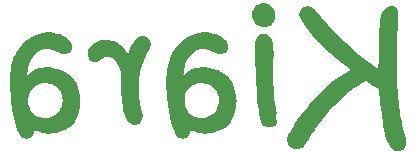
<source format=gbr>
%TF.GenerationSoftware,Altium Limited,Altium Designer,20.0.10 (225)*%
G04 Layer_Color=16711935*
%FSLAX26Y26*%
%MOIN*%
%TF.FileFunction,Soldermask,Bot*%
%TF.Part,Single*%
G01*
G75*
G36*
X4483873Y2922731D02*
X4489778Y2921419D01*
X4494371Y2919450D01*
X4498963Y2917482D01*
X4502244Y2914858D01*
X4504868Y2912890D01*
X4506181Y2911577D01*
X4506837Y2910921D01*
X4510773Y2906329D01*
X4513398Y2901736D01*
X4516022Y2897143D01*
X4517334Y2892550D01*
X4517990Y2888614D01*
X4518646Y2885333D01*
Y2883365D01*
Y2882709D01*
X4517990Y2876804D01*
X4516678Y2872211D01*
X4515366Y2867619D01*
X4513398Y2863682D01*
X4511429Y2860401D01*
X4509461Y2857777D01*
X4508805Y2856465D01*
X4508149Y2855809D01*
X4503556Y2851872D01*
X4498963Y2849248D01*
X4494371Y2847280D01*
X4490434Y2845967D01*
X4486498Y2845311D01*
X4483217Y2844655D01*
X4480593D01*
X4473376Y2845311D01*
X4467471Y2846623D01*
X4462222Y2848592D01*
X4457629Y2851216D01*
X4453693Y2853840D01*
X4450412Y2857121D01*
X4445819Y2864994D01*
X4442539Y2872211D01*
X4441227Y2878772D01*
X4440571Y2880741D01*
Y2882709D01*
Y2884021D01*
Y2884677D01*
X4441227Y2890582D01*
X4441883Y2896487D01*
X4443851Y2901080D01*
X4445819Y2905016D01*
X4447788Y2908297D01*
X4449100Y2910265D01*
X4450412Y2911577D01*
X4451068Y2912233D01*
X4455005Y2916170D01*
X4459597Y2918794D01*
X4464190Y2920763D01*
X4468127Y2922075D01*
X4472063Y2922731D01*
X4475344Y2923387D01*
X4477968D01*
X4483873Y2922731D01*
D02*
G37*
G36*
X4291636Y2826284D02*
X4302790Y2824972D01*
X4312631Y2822348D01*
X4321160Y2819723D01*
X4328377Y2817099D01*
X4332970Y2814474D01*
X4336251Y2813162D01*
X4337563Y2812506D01*
X4345436Y2807257D01*
X4351341Y2801352D01*
X4355934Y2796104D01*
X4358558Y2790855D01*
X4360526Y2786918D01*
X4361182Y2783638D01*
X4361839Y2781013D01*
Y2780357D01*
X4361183Y2776421D01*
X4360526Y2772484D01*
X4357902Y2766579D01*
X4356590Y2763955D01*
X4355278Y2761986D01*
X4353966Y2761330D01*
Y2760674D01*
X4350685Y2758050D01*
X4347404Y2756082D01*
X4341500Y2754113D01*
X4338875Y2753457D01*
X4336907Y2752801D01*
X4334939D01*
X4332314Y2753457D01*
X4328378Y2754113D01*
X4320504Y2757394D01*
X4317224Y2759362D01*
X4313943Y2760674D01*
X4311975Y2761330D01*
X4311319Y2761986D01*
X4304758Y2765267D01*
X4298853Y2767235D01*
X4293604Y2769204D01*
X4289012Y2769860D01*
X4285075Y2770516D01*
X4282451Y2771172D01*
X4279826D01*
X4268672Y2770516D01*
X4258831Y2767235D01*
X4249646Y2763299D01*
X4242428Y2757394D01*
X4235868Y2750833D01*
X4229963Y2742960D01*
X4225370Y2735086D01*
X4222089Y2727213D01*
X4218809Y2718684D01*
X4216185Y2710811D01*
X4214872Y2702938D01*
X4213560Y2696376D01*
X4212248Y2690472D01*
X4211592Y2686535D01*
Y2683911D01*
Y2682598D01*
X4220777Y2691784D01*
X4231275Y2698345D01*
X4241772Y2703594D01*
X4252926Y2706874D01*
X4262768Y2708842D01*
X4270641Y2709499D01*
X4273265Y2710155D01*
X4287043D01*
X4295573Y2708842D01*
X4311975Y2705562D01*
X4325753Y2700313D01*
X4337563Y2695064D01*
X4346748Y2689159D01*
X4350685Y2686535D01*
X4353309Y2683911D01*
X4355934Y2681942D01*
X4357902Y2680630D01*
X4358558Y2679974D01*
X4359214Y2679318D01*
X4364463Y2673413D01*
X4369056Y2666852D01*
X4376929Y2653730D01*
X4382178Y2639952D01*
X4385458Y2626830D01*
X4388083Y2615020D01*
X4388739Y2610427D01*
Y2605835D01*
X4389395Y2602554D01*
Y2599274D01*
Y2597961D01*
Y2597305D01*
X4388739Y2588120D01*
X4388083Y2578935D01*
X4384802Y2563188D01*
X4380209Y2549410D01*
X4374961Y2538256D01*
X4370368Y2529071D01*
X4365775Y2522510D01*
X4363807Y2520542D01*
X4362495Y2518573D01*
X4361183Y2517917D01*
Y2517261D01*
X4355934Y2512012D01*
X4349373Y2508076D01*
X4336907Y2500859D01*
X4323785Y2496266D01*
X4311319Y2492329D01*
X4300165Y2490361D01*
X4294917Y2489705D01*
X4290980D01*
X4287043Y2489049D01*
X4282451D01*
X4271953Y2489705D01*
X4262768Y2491017D01*
X4254894Y2493642D01*
X4247677Y2496266D01*
X4241772Y2498234D01*
X4237836Y2500859D01*
X4235211Y2502171D01*
Y2501515D01*
Y2500859D01*
Y2495610D01*
X4233899Y2491673D01*
X4231275Y2484456D01*
X4227338Y2479207D01*
X4222089Y2475927D01*
X4217497Y2473302D01*
X4213560Y2472646D01*
X4210936Y2471990D01*
X4209623D01*
X4205031Y2472646D01*
X4201094Y2473959D01*
X4197814Y2475927D01*
X4193877Y2478551D01*
X4187972Y2485112D01*
X4183380Y2492985D01*
X4179443Y2500203D01*
X4176819Y2506764D01*
X4176162Y2509388D01*
X4175506Y2511356D01*
X4174850Y2512669D01*
Y2513325D01*
X4168289Y2541537D01*
X4163040Y2567781D01*
X4161072Y2580247D01*
X4159760Y2592057D01*
X4157792Y2603210D01*
X4157136Y2613708D01*
X4156479Y2623549D01*
X4155823Y2632079D01*
X4155167Y2639296D01*
X4154511Y2645857D01*
Y2651106D01*
Y2654386D01*
Y2657010D01*
Y2657667D01*
X4155167Y2672757D01*
X4155823Y2687191D01*
X4157792Y2700969D01*
X4159760Y2713435D01*
X4163040Y2725245D01*
X4166321Y2736399D01*
X4169601Y2746240D01*
X4174194Y2755425D01*
X4178787Y2763955D01*
X4183380Y2771828D01*
X4188628Y2779045D01*
X4193877Y2785606D01*
X4205687Y2796760D01*
X4216841Y2805945D01*
X4228650Y2812506D01*
X4240460Y2817755D01*
X4250958Y2821692D01*
X4260143Y2824316D01*
X4268016Y2825628D01*
X4274577Y2826940D01*
X4279826D01*
X4291636Y2826284D01*
D02*
G37*
G36*
X3770693Y2826284D02*
X3781846Y2824972D01*
X3791688Y2822348D01*
X3800217Y2819723D01*
X3807434Y2817099D01*
X3812027Y2814474D01*
X3815307Y2813162D01*
X3816619Y2812506D01*
X3824493Y2807257D01*
X3830398Y2801352D01*
X3834990Y2796104D01*
X3837615Y2790855D01*
X3839583Y2786918D01*
X3840239Y2783638D01*
X3840895Y2781013D01*
Y2780357D01*
X3840239Y2776421D01*
X3839583Y2772484D01*
X3836959Y2766579D01*
X3835646Y2763955D01*
X3834334Y2761986D01*
X3833022Y2761330D01*
Y2760674D01*
X3829742Y2758050D01*
X3826461Y2756081D01*
X3820556Y2754113D01*
X3817932Y2753457D01*
X3815963Y2752801D01*
X3813995D01*
X3811371Y2753457D01*
X3807434Y2754113D01*
X3799561Y2757394D01*
X3796280Y2759362D01*
X3793000Y2760674D01*
X3791032Y2761330D01*
X3790376Y2761986D01*
X3783815Y2765267D01*
X3777910Y2767235D01*
X3772661Y2769204D01*
X3768068Y2769860D01*
X3764132Y2770516D01*
X3761507Y2771172D01*
X3758883D01*
X3747729Y2770516D01*
X3737888Y2767235D01*
X3728702Y2763299D01*
X3721485Y2757394D01*
X3714924Y2750833D01*
X3709019Y2742959D01*
X3704427Y2735086D01*
X3701146Y2727213D01*
X3697865Y2718684D01*
X3695241Y2710811D01*
X3693929Y2702937D01*
X3692617Y2696376D01*
X3691305Y2690472D01*
X3690648Y2686535D01*
Y2683910D01*
Y2682598D01*
X3699834Y2691784D01*
X3710331Y2698345D01*
X3720829Y2703593D01*
X3731983Y2706874D01*
X3741824Y2708842D01*
X3749697Y2709498D01*
X3752322Y2710155D01*
X3766100D01*
X3774629Y2708842D01*
X3791032Y2705562D01*
X3804810Y2700313D01*
X3816620Y2695064D01*
X3825805Y2689159D01*
X3829742Y2686535D01*
X3832366Y2683910D01*
X3834990Y2681942D01*
X3836959Y2680630D01*
X3837615Y2679974D01*
X3838271Y2679318D01*
X3843520Y2673413D01*
X3848112Y2666852D01*
X3855986Y2653730D01*
X3861234Y2639952D01*
X3864515Y2626830D01*
X3867139Y2615020D01*
X3867795Y2610427D01*
Y2605835D01*
X3868452Y2602554D01*
Y2599274D01*
Y2597961D01*
Y2597305D01*
X3867795Y2588120D01*
X3867139Y2578934D01*
X3863859Y2563188D01*
X3859266Y2549410D01*
X3854017Y2538256D01*
X3849425Y2529071D01*
X3844832Y2522510D01*
X3842864Y2520542D01*
X3841551Y2518573D01*
X3840239Y2517917D01*
Y2517261D01*
X3834990Y2512012D01*
X3828429Y2508076D01*
X3815963Y2500859D01*
X3802841Y2496266D01*
X3790376Y2492329D01*
X3779222Y2490361D01*
X3773973Y2489705D01*
X3770037D01*
X3766100Y2489049D01*
X3761507D01*
X3751010Y2489705D01*
X3741824Y2491017D01*
X3733951Y2493642D01*
X3726734Y2496266D01*
X3720829Y2498234D01*
X3716892Y2500859D01*
X3714268Y2502171D01*
Y2501515D01*
Y2500859D01*
Y2495610D01*
X3712956Y2491673D01*
X3710331Y2484456D01*
X3706395Y2479207D01*
X3701146Y2475927D01*
X3696553Y2473302D01*
X3692617Y2472646D01*
X3689992Y2471990D01*
X3688680D01*
X3684087Y2472646D01*
X3680151Y2473959D01*
X3676870Y2475927D01*
X3672934Y2478551D01*
X3667029Y2485112D01*
X3662436Y2492985D01*
X3658499Y2500202D01*
X3655875Y2506764D01*
X3655219Y2509388D01*
X3654563Y2511356D01*
X3653907Y2512668D01*
Y2513325D01*
X3647346Y2541537D01*
X3642097Y2567781D01*
X3640129Y2580247D01*
X3638816Y2592057D01*
X3636848Y2603210D01*
X3636192Y2613708D01*
X3635536Y2623549D01*
X3634880Y2632079D01*
X3634224Y2639296D01*
X3633568Y2645857D01*
Y2651106D01*
Y2654386D01*
Y2657010D01*
Y2657666D01*
X3634224Y2672757D01*
X3634880Y2687191D01*
X3636848Y2700969D01*
X3638816Y2713435D01*
X3642097Y2725245D01*
X3645378Y2736398D01*
X3648658Y2746240D01*
X3653251Y2755425D01*
X3657843Y2763955D01*
X3662436Y2771828D01*
X3667685Y2779045D01*
X3672934Y2785606D01*
X3684743Y2796760D01*
X3695897Y2805945D01*
X3707707Y2812506D01*
X3719517Y2817755D01*
X3730014Y2821691D01*
X3739200Y2824316D01*
X3747073Y2825628D01*
X3753634Y2826940D01*
X3758883D01*
X3770693Y2826284D01*
D02*
G37*
G36*
X4077747Y2815131D02*
X4081684Y2814474D01*
X4088245Y2811850D01*
X4090869Y2809882D01*
X4092838Y2808570D01*
X4093494Y2807913D01*
X4094150Y2807257D01*
X4097430Y2803977D01*
X4099399Y2800696D01*
X4102023Y2794791D01*
X4102679Y2792167D01*
X4103335Y2790855D01*
Y2789543D01*
Y2788887D01*
X4102679Y2785606D01*
X4102023Y2781669D01*
X4099399Y2774452D01*
X4098087Y2771172D01*
X4097430Y2769204D01*
X4096118Y2767235D01*
Y2766579D01*
X4091526Y2758706D01*
X4088245Y2752801D01*
X4086277Y2748864D01*
X4084308Y2745584D01*
X4082996Y2744272D01*
X4082340Y2742959D01*
Y2742303D01*
X4075779Y2725901D01*
X4071186Y2707530D01*
X4067250Y2689815D01*
X4065282Y2672101D01*
X4063969Y2664227D01*
Y2656354D01*
X4063313Y2649793D01*
X4062657Y2643888D01*
Y2639296D01*
Y2636015D01*
Y2633391D01*
Y2632735D01*
Y2623549D01*
X4063969Y2614364D01*
X4064625Y2605178D01*
X4065938Y2597305D01*
X4067250Y2590088D01*
X4068562Y2584183D01*
X4069218Y2580903D01*
X4069874Y2580247D01*
Y2579591D01*
X4071843Y2569749D01*
X4073811Y2562532D01*
X4075123Y2556627D01*
X4075779Y2552034D01*
Y2549410D01*
X4076435Y2547442D01*
Y2546130D01*
X4075123Y2536944D01*
X4071843Y2530383D01*
X4067906Y2525134D01*
X4062657Y2521854D01*
X4057408Y2519885D01*
X4053472Y2519229D01*
X4050191Y2518573D01*
X4048879D01*
X4044942Y2519229D01*
X4041662Y2519885D01*
X4035101Y2523822D01*
X4029852Y2529071D01*
X4024603Y2535632D01*
X4021323Y2541537D01*
X4018042Y2546786D01*
X4016730Y2550722D01*
X4016074Y2551378D01*
Y2552034D01*
X4012137Y2565156D01*
X4009513Y2579591D01*
X4006889Y2594681D01*
X4005576Y2608459D01*
X4004920Y2621581D01*
Y2626830D01*
X4004264Y2631423D01*
Y2635359D01*
Y2637983D01*
Y2639952D01*
Y2640608D01*
Y2673413D01*
X4003608Y2685223D01*
X4002296Y2695720D01*
X4000328Y2704906D01*
X3997703Y2712123D01*
X3995079Y2718028D01*
X3993110Y2722620D01*
X3991798Y2725245D01*
X3991142Y2725901D01*
X3985893Y2732462D01*
X3979988Y2737055D01*
X3974084Y2740991D01*
X3968835Y2742959D01*
X3963586Y2744272D01*
X3959649Y2745584D01*
X3956369D01*
X3953744Y2744928D01*
X3950464Y2744272D01*
X3943903Y2740991D01*
X3941279Y2739023D01*
X3939310Y2737711D01*
X3937998Y2737055D01*
X3937342Y2736398D01*
X3933405Y2733118D01*
X3929469Y2731150D01*
X3922908Y2728525D01*
X3918971Y2727213D01*
X3917659D01*
X3913722Y2727869D01*
X3910442Y2728525D01*
X3904537Y2731150D01*
X3901256Y2733774D01*
X3899944Y2735086D01*
X3897320Y2738367D01*
X3896008Y2741647D01*
X3893383Y2748208D01*
Y2750833D01*
X3892727Y2752801D01*
Y2754113D01*
Y2754769D01*
X3893383Y2761986D01*
X3895352Y2768547D01*
X3898632Y2773796D01*
X3901256Y2778389D01*
X3904537Y2782325D01*
X3907817Y2784950D01*
X3909786Y2786918D01*
X3910442Y2787574D01*
X3917003Y2792167D01*
X3924220Y2795448D01*
X3932093Y2797416D01*
X3938654Y2799384D01*
X3945215Y2800040D01*
X3949808Y2800696D01*
X3954401D01*
X3963586Y2800040D01*
X3972771Y2798728D01*
X3980644Y2796104D01*
X3987862Y2792823D01*
X3995079Y2789543D01*
X4000984Y2784950D01*
X4010825Y2776421D01*
X4018698Y2767235D01*
X4024603Y2759362D01*
X4025916Y2756081D01*
X4027228Y2753457D01*
X4028540Y2752145D01*
Y2751489D01*
X4031164Y2762642D01*
X4034445Y2772484D01*
X4038381Y2781013D01*
X4041662Y2788887D01*
X4045598Y2794791D01*
X4048879Y2800040D01*
X4052816Y2804633D01*
X4056752Y2807913D01*
X4060033Y2810538D01*
X4063313Y2812506D01*
X4068562Y2815131D01*
X4072499Y2815787D01*
X4073811D01*
X4077747Y2815131D01*
D02*
G37*
G36*
X4908370Y2914202D02*
X4912963Y2913546D01*
X4916899Y2911577D01*
X4919524Y2909609D01*
X4924116Y2904360D01*
X4926741Y2898455D01*
X4928053Y2892550D01*
Y2887302D01*
Y2883365D01*
Y2882709D01*
Y2882053D01*
Y2881397D01*
Y2879428D01*
Y2876804D01*
X4927397Y2872867D01*
Y2868931D01*
Y2863682D01*
X4926741Y2853184D01*
X4926085Y2842687D01*
Y2837438D01*
Y2833501D01*
X4925428Y2829565D01*
Y2826941D01*
Y2824972D01*
Y2824316D01*
X4924772Y2802665D01*
X4924116Y2782326D01*
X4923460Y2762643D01*
Y2754113D01*
X4922804Y2745584D01*
Y2737711D01*
Y2731150D01*
Y2725245D01*
Y2719996D01*
Y2716060D01*
Y2712779D01*
Y2710811D01*
Y2710155D01*
Y2689160D01*
X4923460Y2668820D01*
X4924773Y2649137D01*
X4926085Y2630110D01*
X4927397Y2612396D01*
X4929365Y2595337D01*
X4931333Y2579591D01*
X4933302Y2565157D01*
X4935270Y2551378D01*
X4937238Y2539569D01*
X4939207Y2529727D01*
X4940519Y2521198D01*
X4941831Y2513981D01*
X4943143Y2508732D01*
X4943799Y2506108D01*
Y2504795D01*
X4944456Y2502171D01*
X4945768Y2498890D01*
X4947736Y2491017D01*
X4949048Y2487081D01*
X4950360Y2483800D01*
X4951016Y2481176D01*
Y2480520D01*
X4952329Y2475271D01*
X4952985Y2470678D01*
X4953641Y2466742D01*
Y2463461D01*
X4954297Y2461493D01*
Y2459524D01*
Y2458868D01*
Y2458212D01*
X4953641Y2454276D01*
X4952985Y2450339D01*
X4950360Y2443778D01*
X4948392Y2439841D01*
X4947080Y2439185D01*
Y2438529D01*
X4944456Y2435905D01*
X4941175Y2433937D01*
X4935270Y2431312D01*
X4932646Y2430656D01*
X4930677Y2430000D01*
X4928709D01*
X4923460Y2430656D01*
X4918212Y2431968D01*
X4913619Y2434593D01*
X4909682Y2437873D01*
X4901809Y2446403D01*
X4895904Y2455588D01*
X4891311Y2464773D01*
X4888031Y2473303D01*
X4886719Y2476583D01*
X4886063Y2479207D01*
X4885407Y2480520D01*
Y2481176D01*
X4882782Y2491017D01*
X4880814Y2501515D01*
X4878189Y2513325D01*
X4876221Y2525791D01*
X4872941Y2551378D01*
X4869660Y2576966D01*
X4868348Y2588776D01*
X4867036Y2599930D01*
X4866380Y2609771D01*
X4865067Y2618957D01*
X4864411Y2626174D01*
Y2631423D01*
X4863755Y2634703D01*
Y2636015D01*
X4857194Y2639952D01*
X4850633Y2644545D01*
X4843416Y2649137D01*
X4836199Y2653730D01*
X4830294Y2657667D01*
X4825701Y2660947D01*
X4822421Y2663572D01*
X4821109Y2664228D01*
X4807331Y2657011D01*
X4794209Y2649137D01*
X4781087Y2639952D01*
X4768621Y2630767D01*
X4744345Y2611084D01*
X4733191Y2601242D01*
X4723350Y2591401D01*
X4713508Y2581559D01*
X4704979Y2573030D01*
X4697762Y2565157D01*
X4691201Y2557939D01*
X4685952Y2552035D01*
X4682672Y2548098D01*
X4680047Y2545474D01*
X4679391Y2544161D01*
X4672830Y2535632D01*
X4666925Y2527103D01*
X4660364Y2517917D01*
X4654459Y2509388D01*
X4649211Y2502171D01*
X4645274Y2495610D01*
X4642650Y2491673D01*
X4641993Y2491017D01*
Y2490361D01*
X4634776Y2479207D01*
X4628871Y2470022D01*
X4623623Y2462805D01*
X4619686Y2457556D01*
X4617062Y2452963D01*
X4614437Y2450339D01*
X4613781Y2449027D01*
X4613125Y2448371D01*
X4609845Y2445090D01*
X4605908Y2442466D01*
X4601971Y2440497D01*
X4598035Y2439185D01*
X4594754Y2438529D01*
X4592130Y2437873D01*
X4589505D01*
X4584913Y2438529D01*
X4580320Y2439185D01*
X4573103Y2442466D01*
X4570479Y2444434D01*
X4568510Y2445746D01*
X4567854Y2446402D01*
X4567198Y2447059D01*
X4563917Y2450339D01*
X4561949Y2454276D01*
X4559325Y2460837D01*
X4558669Y2463461D01*
X4558013Y2466085D01*
Y2467398D01*
Y2468054D01*
X4558669Y2473959D01*
X4561293Y2481832D01*
X4565230Y2489705D01*
X4569166Y2497578D01*
X4573759Y2505451D01*
X4577039Y2511356D01*
X4579008Y2513981D01*
X4579664Y2515949D01*
X4580976Y2516605D01*
Y2517261D01*
X4591474Y2533664D01*
X4602627Y2549410D01*
X4614437Y2565157D01*
X4625591Y2578935D01*
X4630840Y2584840D01*
X4635432Y2590744D01*
X4640025Y2595993D01*
X4643962Y2599930D01*
X4646586Y2603866D01*
X4649211Y2606491D01*
X4650523Y2607803D01*
X4651179Y2608459D01*
X4671518Y2628798D01*
X4691857Y2647169D01*
X4711540Y2663572D01*
X4720725Y2670133D01*
X4729911Y2676694D01*
X4738440Y2682599D01*
X4745657Y2687191D01*
X4752218Y2691784D01*
X4758123Y2695064D01*
X4762716Y2697689D01*
X4766652Y2700313D01*
X4768621Y2700969D01*
X4769277Y2701625D01*
X4753530Y2713435D01*
X4739096Y2725245D01*
X4725318Y2736399D01*
X4712852Y2747552D01*
X4701042Y2757394D01*
X4689889Y2767235D01*
X4680047Y2777077D01*
X4670862Y2786262D01*
X4662332Y2794791D01*
X4653803Y2802665D01*
X4646586Y2810538D01*
X4640025Y2817755D01*
X4628871Y2831533D01*
X4619686Y2843999D01*
X4613125Y2854497D01*
X4607876Y2863026D01*
X4603940Y2870899D01*
X4601315Y2876804D01*
X4600003Y2881397D01*
X4598691Y2884677D01*
Y2886646D01*
Y2887302D01*
X4600003Y2895831D01*
X4602627Y2902392D01*
X4607220Y2906985D01*
X4611813Y2910265D01*
X4617061Y2912233D01*
X4621654Y2912890D01*
X4624279Y2913546D01*
X4625591D01*
X4630840Y2912890D01*
X4635432Y2911577D01*
X4640025Y2909609D01*
X4643962Y2907641D01*
X4646586Y2905016D01*
X4649210Y2903048D01*
X4650523Y2901736D01*
X4651179Y2901080D01*
X4651835Y2900424D01*
X4653147Y2899111D01*
X4657084Y2894519D01*
X4661676Y2889270D01*
X4666925Y2882709D01*
X4672174Y2876804D01*
X4676767Y2871555D01*
X4679391Y2867619D01*
X4680703Y2866963D01*
Y2866307D01*
X4694481Y2849904D01*
X4708916Y2834158D01*
X4739096Y2803977D01*
X4754186Y2790199D01*
X4769277Y2776421D01*
X4783711Y2763955D01*
X4798145Y2752145D01*
X4811267Y2741648D01*
X4823077Y2731806D01*
X4834231Y2723277D01*
X4843416Y2716060D01*
X4851289Y2710811D01*
X4857194Y2706218D01*
X4860475Y2703594D01*
X4861787Y2702938D01*
Y2715403D01*
X4862443Y2726557D01*
Y2748209D01*
X4863099Y2767235D01*
X4863099Y2784294D01*
X4863755Y2798728D01*
X4864411Y2811850D01*
Y2822348D01*
X4865067Y2831533D01*
Y2839406D01*
X4865723Y2845311D01*
Y2850560D01*
Y2854497D01*
X4866380Y2857121D01*
Y2858433D01*
Y2859745D01*
X4867692Y2869587D01*
X4869660Y2878116D01*
X4871628Y2885333D01*
X4874909Y2891894D01*
X4877533Y2897143D01*
X4880814Y2901736D01*
X4883438Y2905016D01*
X4886719Y2908297D01*
X4893280Y2912233D01*
X4897872Y2914202D01*
X4901809Y2914858D01*
X4903121D01*
X4908370Y2914202D01*
D02*
G37*
G36*
X4486498Y2821035D02*
X4492403Y2818411D01*
X4496995Y2815131D01*
X4500932Y2811850D01*
X4503556Y2807914D01*
X4505525Y2804633D01*
X4506181Y2802009D01*
X4506837Y2801352D01*
X4508805Y2796104D01*
X4510117Y2789543D01*
X4511429Y2781669D01*
X4512086Y2774452D01*
Y2767235D01*
X4512742Y2761330D01*
Y2756738D01*
Y2756082D01*
Y2755425D01*
Y2754113D01*
Y2750833D01*
Y2746896D01*
X4512086Y2742303D01*
Y2737711D01*
Y2734430D01*
Y2731806D01*
Y2730494D01*
Y2721964D01*
X4511430Y2714091D01*
Y2706874D01*
Y2700313D01*
Y2695064D01*
Y2690472D01*
Y2687847D01*
Y2687191D01*
Y2670133D01*
X4512086Y2654386D01*
X4512742Y2640608D01*
X4513398Y2628142D01*
X4514054Y2618301D01*
X4514710Y2614364D01*
Y2611084D01*
Y2608459D01*
X4515366Y2606491D01*
Y2605179D01*
Y2604523D01*
X4516678Y2594681D01*
X4517990Y2585496D01*
X4519303Y2577622D01*
X4520615Y2570405D01*
X4521271Y2565157D01*
X4522583Y2561220D01*
X4523239Y2558595D01*
Y2557939D01*
X4521271Y2552691D01*
X4519959Y2548098D01*
Y2544161D01*
Y2541537D01*
X4520615Y2539569D01*
X4521271Y2538256D01*
X4521927Y2537600D01*
X4523239Y2533664D01*
X4523895Y2529727D01*
X4523239Y2526447D01*
X4522583Y2523166D01*
X4520615Y2519229D01*
X4519303Y2518573D01*
Y2517917D01*
X4516022Y2515293D01*
X4512086Y2513325D01*
X4505525Y2511356D01*
X4502900Y2510700D01*
X4500276Y2510044D01*
X4498307D01*
X4491747Y2510700D01*
X4486498Y2512669D01*
X4481905Y2515949D01*
X4477968Y2519229D01*
X4475344Y2522510D01*
X4472720Y2525791D01*
X4472064Y2527759D01*
X4471407Y2528415D01*
X4469439Y2532352D01*
X4468127Y2538256D01*
X4466159Y2544161D01*
X4464846Y2550722D01*
X4464190Y2556627D01*
X4462878Y2561876D01*
X4462222Y2565157D01*
Y2566469D01*
X4460254Y2580903D01*
X4458285Y2596649D01*
X4456973Y2613708D01*
X4455661Y2632079D01*
X4453693Y2668820D01*
X4453037Y2687191D01*
X4452381Y2704906D01*
X4451724Y2721964D01*
Y2737711D01*
X4451068Y2752145D01*
Y2764611D01*
Y2775108D01*
X4451068Y2779701D01*
Y2782982D01*
Y2785606D01*
Y2787574D01*
Y2788887D01*
Y2789543D01*
Y2795448D01*
X4452380Y2800040D01*
X4453693Y2804633D01*
X4455661Y2807914D01*
X4460254Y2813818D01*
X4464846Y2817755D01*
X4470095Y2819723D01*
X4474688Y2821035D01*
X4477968Y2821692D01*
X4479280D01*
X4486498Y2821035D01*
D02*
G37*
%LPC*%
G36*
X4273265Y2657667D02*
X4270641D01*
X4260799Y2657010D01*
X4252270Y2655042D01*
X4245053Y2652418D01*
X4238492Y2648481D01*
X4233243Y2643889D01*
X4228650Y2639296D01*
X4225370Y2634047D01*
X4222089Y2628798D01*
X4218153Y2617644D01*
X4217497Y2613052D01*
X4216185Y2608459D01*
Y2604523D01*
X4215528Y2601898D01*
Y2599930D01*
Y2599274D01*
X4216185Y2589432D01*
X4218153Y2580903D01*
X4220121Y2573686D01*
X4222745Y2567781D01*
X4226026Y2563188D01*
X4227994Y2559252D01*
X4229963Y2557283D01*
X4230619Y2556627D01*
X4236524Y2551378D01*
X4243085Y2548098D01*
X4249646Y2545474D01*
X4256207Y2543505D01*
X4261455Y2542193D01*
X4266704Y2541537D01*
X4270641D01*
X4281138Y2542193D01*
X4290324Y2544161D01*
X4298197Y2546786D01*
X4305414Y2550722D01*
X4310663Y2555315D01*
X4315912Y2559908D01*
X4319848Y2565157D01*
X4323129Y2571061D01*
X4325097Y2576310D01*
X4327065Y2581559D01*
X4328378Y2586152D01*
X4329690Y2590744D01*
Y2594681D01*
X4330346Y2597305D01*
Y2599274D01*
Y2599930D01*
X4329690Y2610427D01*
X4327721Y2618957D01*
X4325097Y2626830D01*
X4321160Y2633391D01*
X4316568Y2638640D01*
X4311319Y2643889D01*
X4306070Y2647169D01*
X4300165Y2650450D01*
X4294917Y2653074D01*
X4289668Y2654386D01*
X4284419Y2655698D01*
X4279826Y2657010D01*
X4275890D01*
X4273265Y2657667D01*
D02*
G37*
G36*
X4235211Y2503483D02*
X4234555D01*
Y2502827D01*
X4235211Y2502171D01*
Y2502827D01*
Y2503483D01*
D02*
G37*
G36*
X3752322Y2657666D02*
X3749697D01*
X3739856Y2657010D01*
X3731327Y2655042D01*
X3724110Y2652418D01*
X3717548Y2648481D01*
X3712300Y2643888D01*
X3707707Y2639296D01*
X3704427Y2634047D01*
X3701146Y2628798D01*
X3697209Y2617644D01*
X3696553Y2613052D01*
X3695241Y2608459D01*
Y2604522D01*
X3694585Y2601898D01*
Y2599930D01*
Y2599274D01*
X3695241Y2589432D01*
X3697209Y2580903D01*
X3699178Y2573686D01*
X3701802Y2567781D01*
X3705083Y2563188D01*
X3707051Y2559251D01*
X3709019Y2557283D01*
X3709675Y2556627D01*
X3715580Y2551378D01*
X3722141Y2548098D01*
X3728702Y2545473D01*
X3735263Y2543505D01*
X3740512Y2542193D01*
X3745761Y2541537D01*
X3749697D01*
X3760195Y2542193D01*
X3769380Y2544161D01*
X3777254Y2546786D01*
X3784471Y2550722D01*
X3789720Y2555315D01*
X3794968Y2559908D01*
X3798905Y2565156D01*
X3802185Y2571061D01*
X3804154Y2576310D01*
X3806122Y2581559D01*
X3807434Y2586152D01*
X3808746Y2590744D01*
Y2594681D01*
X3809403Y2597305D01*
Y2599274D01*
Y2599930D01*
X3808746Y2610427D01*
X3806778Y2618957D01*
X3804154Y2626830D01*
X3800217Y2633391D01*
X3795624Y2638640D01*
X3790376Y2643888D01*
X3785127Y2647169D01*
X3779222Y2650449D01*
X3773973Y2653074D01*
X3768724Y2654386D01*
X3763476Y2655698D01*
X3758883Y2657010D01*
X3754946D01*
X3752322Y2657666D01*
D02*
G37*
G36*
X3714268Y2503483D02*
X3713612D01*
Y2502827D01*
X3714268Y2502171D01*
Y2502827D01*
Y2503483D01*
D02*
G37*
%LPD*%
%TF.MD5,c0ea6137d2915b2f59b9ccf927b7d4f1*%
M02*

</source>
